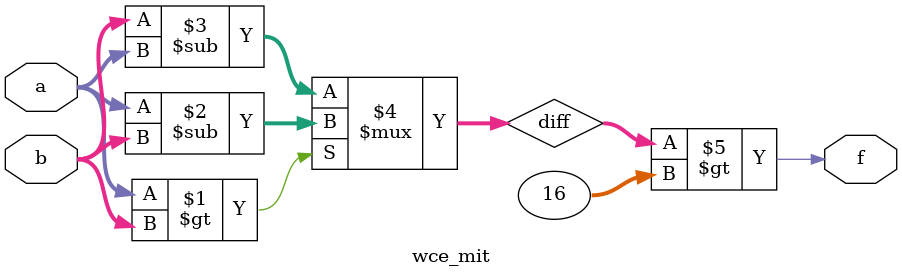
<source format=v>
module wce_mit(a, b, f);
parameter _bit = 8;
parameter wce = 16;
input [_bit - 1: 0] a;
input [_bit - 1: 0] b;
output f;
wire [_bit - 1: 0] diff;
assign diff = (a > b)? (a - b): (b - a);
assign f = (diff > wce);
endmodule

</source>
